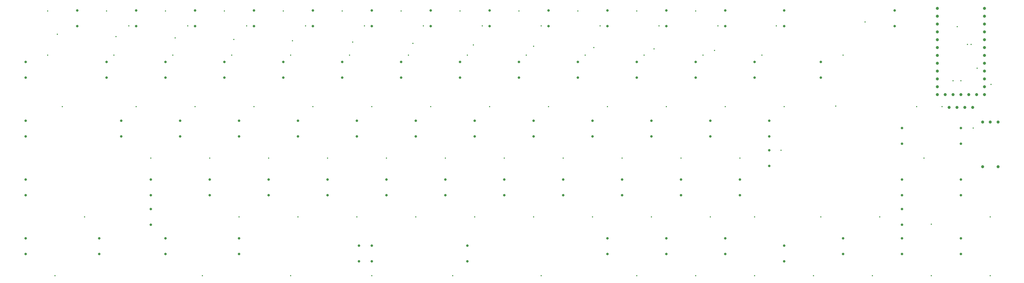
<source format=gbr>
%TF.GenerationSoftware,KiCad,Pcbnew,(6.0.1)*%
%TF.CreationDate,2022-05-17T12:05:02-04:00*%
%TF.ProjectId,GanJing 65 rev 2 hotswap-rounded,47616e4a-696e-4672-9036-352072657620,2*%
%TF.SameCoordinates,Original*%
%TF.FileFunction,Plated,1,2,PTH,Drill*%
%TF.FilePolarity,Positive*%
%FSLAX46Y46*%
G04 Gerber Fmt 4.6, Leading zero omitted, Abs format (unit mm)*
G04 Created by KiCad (PCBNEW (6.0.1)) date 2022-05-17 12:05:02*
%MOMM*%
%LPD*%
G01*
G04 APERTURE LIST*
%TA.AperFunction,ViaDrill*%
%ADD10C,0.400000*%
%TD*%
%TA.AperFunction,ComponentDrill*%
%ADD11C,0.800000*%
%TD*%
%TA.AperFunction,ComponentDrill*%
%ADD12C,1.000000*%
%TD*%
G04 APERTURE END LIST*
D10*
X59531250Y-100012500D03*
X59531250Y-114300000D03*
X61912500Y-185737500D03*
X62606250Y-107510700D03*
X64293750Y-130968750D03*
X71437500Y-166687500D03*
X78581250Y-100012500D03*
X80962500Y-114300000D03*
X81606250Y-108300000D03*
X85725000Y-104775000D03*
X88106250Y-130968750D03*
X92868750Y-147637500D03*
X97631250Y-100012500D03*
X100012500Y-114300000D03*
X100706250Y-108700000D03*
X104775000Y-104775000D03*
X107156250Y-130968750D03*
X109537500Y-185737500D03*
X111918750Y-147637500D03*
X116681250Y-100012500D03*
X119062500Y-114300000D03*
X119706250Y-109200000D03*
X121443750Y-166687500D03*
X123825000Y-104775000D03*
X126206250Y-130968750D03*
X130968750Y-147637500D03*
X135731250Y-100012500D03*
X138112500Y-114300000D03*
X138112500Y-185737500D03*
X138706250Y-109600000D03*
X140493750Y-166687500D03*
X142875000Y-104775000D03*
X145256250Y-130968750D03*
X150018750Y-147637500D03*
X154781250Y-100012500D03*
X157162500Y-114300000D03*
X158153750Y-110052500D03*
X159543750Y-166687500D03*
X161925000Y-104775000D03*
X164306250Y-130968750D03*
X164306250Y-185737500D03*
X169068750Y-147637500D03*
X173831250Y-100012500D03*
X176212500Y-114300000D03*
X177628750Y-110477500D03*
X178593750Y-166687500D03*
X180975000Y-104775000D03*
X183356250Y-130968750D03*
X188118750Y-147637500D03*
X190500000Y-185737500D03*
X192881250Y-100012500D03*
X195262500Y-114300000D03*
X197153750Y-110952500D03*
X197643750Y-166687500D03*
X200025000Y-104775000D03*
X202406250Y-130968750D03*
X207168750Y-147637500D03*
X211931250Y-100012500D03*
X214312500Y-114300000D03*
X216628750Y-111377500D03*
X216693750Y-166687500D03*
X219075000Y-104775000D03*
X219075000Y-185737500D03*
X221456250Y-130968750D03*
X226218750Y-147637500D03*
X230981250Y-100012500D03*
X233362500Y-114300000D03*
X235743750Y-166687500D03*
X236153750Y-111852500D03*
X238125000Y-104775000D03*
X240506250Y-130968750D03*
X245268750Y-147637500D03*
X250031250Y-100012500D03*
X250031250Y-185737500D03*
X252412500Y-114300000D03*
X254793750Y-166687500D03*
X255628750Y-112277500D03*
X257175000Y-104775000D03*
X259556250Y-130968750D03*
X264318750Y-147637500D03*
X269081250Y-100012500D03*
X269081250Y-185737500D03*
X271462500Y-114300000D03*
X273843750Y-166687500D03*
X275153750Y-112752500D03*
X276225000Y-104775000D03*
X278606250Y-130968750D03*
X283368750Y-147637500D03*
X288131250Y-166687500D03*
X288131250Y-185737500D03*
X290512500Y-114300000D03*
X295106250Y-104775000D03*
X296700000Y-145100000D03*
X297656250Y-130968750D03*
X307181250Y-185737500D03*
X309562500Y-166687500D03*
X314325000Y-130810000D03*
X316706250Y-114300000D03*
X323806250Y-103500000D03*
X326231250Y-185737500D03*
X328612500Y-166687500D03*
X340518750Y-130968750D03*
X342900000Y-147637500D03*
X345281250Y-169068750D03*
X345281250Y-185737500D03*
X348706250Y-130968750D03*
X352306250Y-122600000D03*
X353606250Y-105100000D03*
X354806250Y-122600000D03*
X356906250Y-110800000D03*
X358106250Y-110800000D03*
X358800000Y-137900000D03*
X360106250Y-118500000D03*
X364331250Y-166687500D03*
X364331250Y-185737500D03*
X364606250Y-123800000D03*
D11*
%TO.C,D16*%
X52387500Y-116522500D03*
X52387500Y-121602500D03*
%TO.C,D31*%
X52387500Y-135572500D03*
X52387500Y-140652500D03*
%TO.C,D46*%
X52387500Y-154622500D03*
X52387500Y-159702500D03*
%TO.C,D61*%
X52387500Y-173672500D03*
X52387500Y-178752500D03*
%TO.C,D1*%
X69056250Y-99853750D03*
X69056250Y-104933750D03*
%TO.C,D62*%
X76200000Y-173672500D03*
X76200000Y-178752500D03*
%TO.C,D17*%
X78581250Y-116522500D03*
X78581250Y-121602500D03*
%TO.C,D32*%
X83343750Y-135572500D03*
X83343750Y-140652500D03*
%TO.C,D2*%
X88106250Y-99853750D03*
X88106250Y-104933750D03*
%TO.C,D48*%
X92868750Y-154622500D03*
X92868750Y-159702500D03*
%TO.C,D47*%
X92868750Y-164147500D03*
X92868750Y-169227500D03*
%TO.C,D18*%
X97631250Y-116522500D03*
X97631250Y-121602500D03*
%TO.C,D63*%
X97631250Y-173672500D03*
X97631250Y-178752500D03*
%TO.C,D33*%
X102393750Y-135572500D03*
X102393750Y-140652500D03*
%TO.C,D3*%
X107156250Y-99853750D03*
X107156250Y-104933750D03*
%TO.C,D49*%
X111918750Y-154622500D03*
X111918750Y-159702500D03*
%TO.C,D19*%
X116681250Y-116522500D03*
X116681250Y-121602500D03*
%TO.C,D34*%
X121443750Y-135572500D03*
X121443750Y-140652500D03*
%TO.C,D64*%
X121443750Y-173672500D03*
X121443750Y-178752500D03*
%TO.C,D4*%
X126206250Y-99853750D03*
X126206250Y-104933750D03*
%TO.C,D50*%
X130968750Y-154622500D03*
X130968750Y-159702500D03*
%TO.C,D20*%
X135731250Y-116522500D03*
X135731250Y-121602500D03*
%TO.C,D35*%
X140493750Y-135572500D03*
X140493750Y-140652500D03*
%TO.C,D5*%
X145256250Y-99853750D03*
X145256250Y-104933750D03*
%TO.C,D51*%
X150018750Y-154622500D03*
X150018750Y-159702500D03*
%TO.C,D21*%
X154781250Y-116522500D03*
X154781250Y-121602500D03*
%TO.C,D36*%
X159543750Y-135572500D03*
X159543750Y-140652500D03*
%TO.C,D65*%
X160200000Y-176053750D03*
X160200000Y-181133750D03*
%TO.C,D6*%
X164306250Y-99853750D03*
X164306250Y-104933750D03*
%TO.C,D66*%
X164306250Y-176053750D03*
X164306250Y-181133750D03*
%TO.C,D52*%
X169068750Y-154622500D03*
X169068750Y-159702500D03*
%TO.C,D22*%
X173831250Y-116522500D03*
X173831250Y-121602500D03*
%TO.C,D37*%
X178593750Y-135572500D03*
X178593750Y-140652500D03*
%TO.C,D7*%
X183356250Y-99853750D03*
X183356250Y-104933750D03*
%TO.C,D53*%
X188118750Y-154622500D03*
X188118750Y-159702500D03*
%TO.C,D23*%
X192881250Y-116522500D03*
X192881250Y-121602500D03*
%TO.C,D67*%
X195262500Y-176053750D03*
X195262500Y-181133750D03*
%TO.C,D38*%
X197643750Y-135572500D03*
X197643750Y-140652500D03*
%TO.C,D8*%
X202406250Y-99853750D03*
X202406250Y-104933750D03*
%TO.C,D54*%
X207168750Y-154622500D03*
X207168750Y-159702500D03*
%TO.C,D24*%
X211931250Y-116522500D03*
X211931250Y-121602500D03*
%TO.C,D39*%
X216693750Y-135572500D03*
X216693750Y-140652500D03*
%TO.C,D9*%
X221456250Y-99853750D03*
X221456250Y-104933750D03*
%TO.C,D55*%
X226218750Y-154622500D03*
X226218750Y-159702500D03*
%TO.C,D25*%
X230981250Y-116522500D03*
X230981250Y-121602500D03*
%TO.C,D40*%
X235743750Y-135572500D03*
X235743750Y-140652500D03*
%TO.C,D10*%
X240506250Y-99853750D03*
X240506250Y-104933750D03*
%TO.C,D68*%
X240506250Y-173672500D03*
X240506250Y-178752500D03*
%TO.C,D56*%
X245268750Y-154622500D03*
X245268750Y-159702500D03*
%TO.C,D26*%
X250031250Y-116522500D03*
X250031250Y-121602500D03*
%TO.C,D41*%
X254793750Y-135572500D03*
X254793750Y-140652500D03*
%TO.C,D11*%
X259556250Y-99853750D03*
X259556250Y-104933750D03*
%TO.C,D69*%
X259556250Y-173672500D03*
X259556250Y-178752500D03*
%TO.C,D57*%
X264318750Y-154622500D03*
X264318750Y-159702500D03*
%TO.C,D27*%
X269081250Y-116522500D03*
X269081250Y-121602500D03*
%TO.C,D42*%
X273843750Y-135572500D03*
X273843750Y-140652500D03*
%TO.C,D12*%
X278606250Y-99853750D03*
X278606250Y-104933750D03*
%TO.C,D70*%
X278606250Y-173672500D03*
X278606250Y-178752500D03*
%TO.C,D58*%
X283368750Y-154622500D03*
X283368750Y-159702500D03*
%TO.C,D28*%
X288131250Y-116522500D03*
X288131250Y-121602500D03*
%TO.C,D44*%
X292893750Y-135572500D03*
X292893750Y-140652500D03*
%TO.C,D43*%
X292893750Y-145097500D03*
X292893750Y-150177500D03*
%TO.C,D13*%
X297656250Y-99853750D03*
X297656250Y-104933750D03*
%TO.C,D71*%
X297656250Y-176053750D03*
X297656250Y-181133750D03*
%TO.C,D29*%
X309562500Y-116522500D03*
X309562500Y-121602500D03*
%TO.C,D72*%
X316706250Y-173672500D03*
X316706250Y-178752500D03*
%TO.C,D14*%
X333375000Y-99853750D03*
X333375000Y-104933750D03*
%TO.C,D30*%
X335756250Y-137953750D03*
X335756250Y-143033750D03*
%TO.C,D45*%
X335756250Y-154622500D03*
X335756250Y-159702500D03*
%TO.C,D59*%
X335756250Y-164147500D03*
X335756250Y-169227500D03*
%TO.C,D73*%
X335756250Y-173672500D03*
X335756250Y-178752500D03*
%TO.C,D15*%
X354806250Y-137953750D03*
X354806250Y-143033750D03*
%TO.C,D60*%
X354806250Y-154622500D03*
X354806250Y-159702500D03*
%TO.C,D74*%
X354806250Y-173672500D03*
X354806250Y-178752500D03*
D12*
%TO.C,U1*%
X347186250Y-99130000D03*
X347186250Y-101670000D03*
X347186250Y-104210000D03*
X347186250Y-106750000D03*
X347186250Y-109290000D03*
X347186250Y-111830000D03*
X347186250Y-114370000D03*
X347186250Y-116910000D03*
X347186250Y-119450000D03*
X347186250Y-121990000D03*
X347186250Y-124530000D03*
X347186250Y-127070000D03*
X349726250Y-127070000D03*
%TO.C,DS1*%
X350996250Y-131250000D03*
%TO.C,U1*%
X352266250Y-127070000D03*
%TO.C,DS1*%
X353536250Y-131250000D03*
%TO.C,U1*%
X354806250Y-127070000D03*
%TO.C,DS1*%
X356076250Y-131250000D03*
%TO.C,U1*%
X357346250Y-127070000D03*
%TO.C,DS1*%
X358616250Y-131250000D03*
%TO.C,U1*%
X359886250Y-127070000D03*
%TO.C,SW1*%
X361831250Y-135975000D03*
X361831250Y-150475000D03*
%TO.C,U1*%
X362426250Y-99130000D03*
X362426250Y-101670000D03*
X362426250Y-104210000D03*
X362426250Y-106750000D03*
X362426250Y-109290000D03*
X362426250Y-111830000D03*
X362426250Y-114370000D03*
X362426250Y-116910000D03*
X362426250Y-119450000D03*
X362426250Y-121990000D03*
X362426250Y-124530000D03*
X362426250Y-127070000D03*
%TO.C,SW1*%
X364331250Y-135975000D03*
X366831250Y-135975000D03*
X366831250Y-150475000D03*
M02*

</source>
